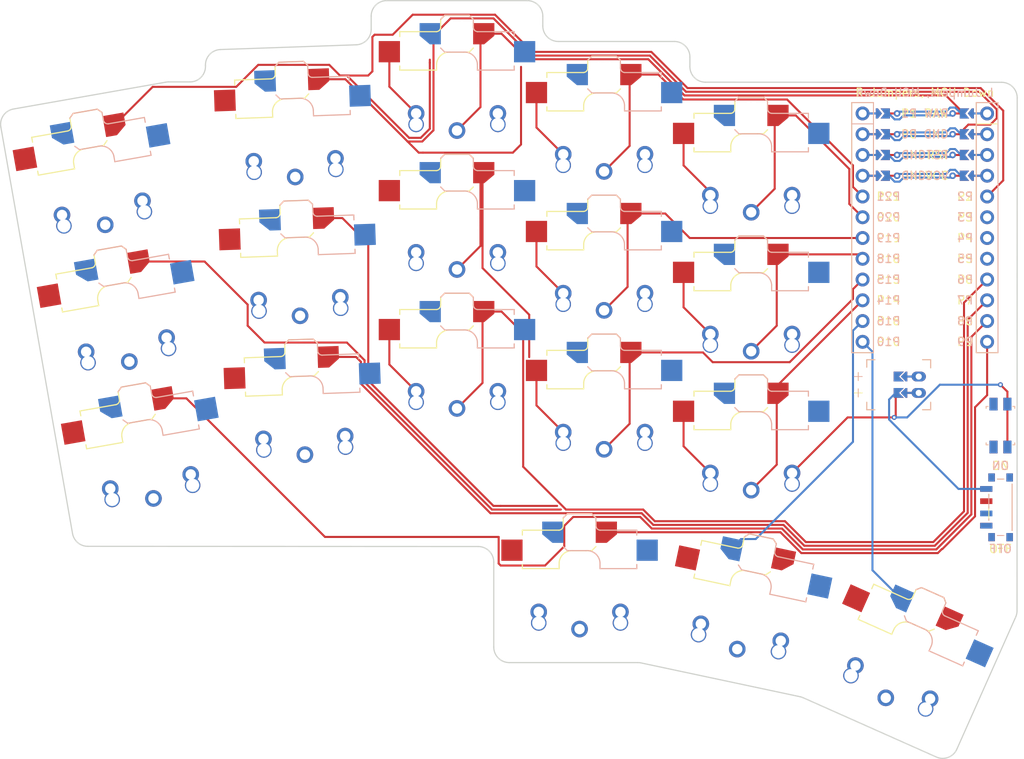
<source format=kicad_pcb>
(kicad_pcb (version 20240108) (generator "pcbnew") (generator_version "8.0")
  (title_block (title "splayer_pcb") (date "2024-04-27") (rev "v1.0.0") (company "Unknown"))
  (layers (0 "F.Cu" signal) (31 "B.Cu" signal) (34 "B.Paste" user) (35 "F.Paste" user) (36 "B.SilkS" user "B.Silkscreen") (37 "F.SilkS" user "F.Silkscreen") (38 "B.Mask" user) (39 "F.Mask" user) (44 "Edge.Cuts" user))
  (net 0 "")
  (net 1 "P8")
  (net 2 "GND")
  (net 3 "P5")
  (net 4 "P2")
  (net 5 "P7")
  (net 6 "P4")
  (net 7 "P0")
  (net 8 "P6")
  (net 9 "P3")
  (net 10 "P1")
  (net 11 "P15")
  (net 12 "P19")
  (net 13 "P21")
  (net 14 "P14")
  (net 15 "P18")
  (net 16 "P20")
  (net 17 "P9")
  (net 18 "P16")
  (net 19 "P10")
  (net 20 "RAW")
  (net 21 "RST")
  (net 22 "VCC")
  (net 23 "MCU1_24")
  (net 24 "MCU1_1")
  (net 25 "MCU1_23")
  (net 26 "MCU1_2")
  (net 27 "MCU1_22")
  (net 28 "MCU1_3")
  (net 29 "MCU1_21")
  (net 30 "MCU1_4")
  (net 31 "BAT_P")
  (net 32 "JST1_1")
  (net 33 "JST1_2")
  (footprint "ceoloide:mounting_hole_npth" (layer "F.Cu") (at 165.162787 68.397376)
    (property "Reference" "MH4" (hide yes))
    (property "Value" "")
  )
  (footprint "ceoloide:mounting_hole_npth" (layer "F.Cu") (at 203.49527 114.593003 -24)
    (property "Reference" "MH1" (hide yes))
    (property "Value" "")
  )
  (footprint "VIA-0.6mm" (layer "F.Cu") (at 191.662787 95.897376)
    (property "Reference" "REF**" (hide yes))
    (property "Value" "VIA-0.6mm" (hide yes))
  )
  (footprint "VIA-0.6mm" (layer "F.Cu") (at 204.662787 91.897376)
    (property "Reference" "REF**" (hide yes))
    (property "Value" "VIA-0.6mm" (hide yes))
  )
  (footprint "ceoloide:reset_button_smd_side" (layer "F.Cu") (at 204.662787 96.897376 -90)
    (property "Reference" "RST1" (hide yes))
    (property "Value" "")
  )
  (footprint "ceoloide:mounting_hole_npth" (layer "F.Cu") (at 108.333637 82.994528 10)
    (property "Reference" "MH5" (hide yes))
    (property "Value" "")
  )
  (footprint "ceoloide:power_switch_smd_side" (layer "F.Cu") (at 204.662787 106.897376)
    (property "Reference" "PWR1" (hide yes))
    (property "Value" "")
  )
  (footprint "ceoloide:mcu_nice_nano" (layer "F.Cu") (at 195.412787 71.406376)
    (property "Reference" "MCU1" (hide yes))
    (property "Value" "")
  )
  (footprint "ceoloide:mounting_hole_npth" (layer "F.Cu") (at 183.430993 122.389958 -12)
    (property "Reference" "MH7" (hide yes))
    (property "Value" "")
  )
  (footprint "ceoloide:mounting_hole_npth" (layer "F.Cu") (at 106.061376 64.406711 10)
    (property "Reference" "MH3" (hide yes))
    (property "Value" "")
  )
  (footprint "ceoloide:mounting_hole_npth" (layer "F.Cu") (at 187.051452 107.271743 -24)
    (property "Reference" "MH2" (hide yes))
    (property "Value" "")
  )
  (footprint "ceoloide:battery_connector_jst_ph_2" (layer "F.Cu") (at 194.662787 91.897376 -90)
    (property "Reference" "JST1" (hide yes))
    (property "Value" "")
  )
  (footprint "ceoloide:mounting_hole_npth" (layer "F.Cu") (at 138.162787 107.597376)
    (property "Reference" "MH6" (hide yes))
    (property "Value" "")
  )
  (footprint "ceoloide:switch_choc_v1_v2" (layer "B.Cu") (at 156.162787 59.897376)
    (property "Reference" "S12" (hide yes))
    (property "Value" "")
  )
  (footprint "ceoloide:switch_choc_v1_v2" (layer "B.Cu") (at 174.162787 98.897376)
    (property "Reference" "S13" (hide yes))
    (property "Value" "")
  )
  (footprint "ceoloide:switch_choc_v1_v2" (layer "B.Cu") (at 173.681406 118.477407 -12)
    (property "Reference" "S17" (hide yes))
    (property "Value" "")
  )
  (footprint "ceoloide:switch_choc_v1_v2" (layer "B.Cu") (at 156.162787 93.897376)
    (property "Reference" "S10" (hide yes))
    (property "Value" "")
  )
  (footprint "ceoloide:switch_choc_v1_v2" (layer "B.Cu") (at 118.755567 77.567777 2)
    (property "Reference" "S5" (hide yes))
    (property "Value" "")
  )
  (footprint "ceoloide:switch_choc_v1_v2" (layer "B.Cu") (at 100 100 10)
    (property "Reference" "S1" (hide yes))
    (property "Value" "")
  )
  (footprint "ceoloide:switch_choc_v1_v2" (layer "B.Cu") (at 94.095962 66.516536 10)
    (property "Reference" "S3" (hide yes))
    (property "Value" "")
  )
  (footprint "ceoloide:switch_choc_v1_v2" (layer "B.Cu") (at 193.030507 124.820843 -24)
    (property "Reference" "S18" (hide yes))
    (property "Value" "")
  )
  (footprint "ceoloide:switch_choc_v1_v2" (layer "B.Cu") (at 119.348859 94.557421 2)
    (property "Reference" "S4" (hide yes))
    (property "Value" "")
  )
  (footprint "ceoloide:switch_choc_v1_v2" (layer "B.Cu") (at 174.162787 64.897376)
    (property "Reference" "S15" (hide yes))
    (property "Value" "")
  )
  (footprint "ceoloide:switch_choc_v1_v2" (layer "B.Cu") (at 138.162787 54.897376)
    (property "Reference" "S9" (hide yes))
    (property "Value" "")
  )
  (footprint "ceoloide:switch_choc_v1_v2" (layer "B.Cu") (at 118.162276 60.578133 2)
    (property "Reference" "S6" (hide yes))
    (property "Value" "")
  )
  (footprint "ceoloide:switch_choc_v1_v2" (layer "B.Cu") (at 138.162787 71.897376)
    (property "Reference" "S8" (hide yes))
    (property "Value" "")
  )
  (footprint "ceoloide:switch_choc_v1_v2" (layer "B.Cu") (at 97.047981 83.258268 10)
    (property "Reference" "S2" (hide yes))
    (property "Value" "")
  )
  (footprint "ceoloide:switch_choc_v1_v2" (layer "B.Cu") (at 156.162787 76.897376)
    (property "Reference" "S11" (hide yes))
    (property "Value" "")
  )
  (footprint "ceoloide:switch_choc_v1_v2" (layer "B.Cu") (at 174.162787 81.897376)
    (property "Reference" "S14" (hide yes))
    (property "Value" "")
  )
  (footprint "ceoloide:switch_choc_v1_v2" (layer "B.Cu") (at 138.162787 88.897376)
    (property "Reference" "S7" (hide yes))
    (property "Value" "")
  )
  (footprint "ceoloide:switch_choc_v1_v2" (layer "B.Cu") (at 153.162787 115.897376)
    (property "Reference" "S16" (hide yes))
    (property "Value" "")
  )
  (gr_arc (start 144.562787 125.897376) (mid 143.219301 125.340873) (end 142.662787 123.997376) (stroke (width 0.15)) (layer "Edge.Cuts"))
  (gr_arc (start 102.535785 54.874102) (mid 102.700596 54.852426) (end 102.86667 54.845237) (stroke (width 0.15)) (layer "Edge.Cuts"))
  (gr_arc (start 92.989469 111.672191) (mid 91.768752 111.227378) (end 91.119297 110.102123) (stroke (width 0.15)) (layer "Edge.Cuts"))
  (gr_arc (start 180.14085 130.07381) (mid 180.332949 130.125284) (end 180.518617 130.196554) (stroke (width 0.15)) (layer "Edge.Cuts"))
  (gr_line (start 102.535785 54.874102) (end 83.890133 58.161833) (stroke (width 0.15)) (layer "Edge.Cuts"))
  (gr_line (start 144.562787 125.897376) (end 160.292578 125.897376) (stroke (width 0.15)) (layer "Edge.Cuts"))
  (gr_line (start 146.762787 44.897376) (end 129.562787 44.897376) (stroke (width 0.15)) (layer "Edge.Cuts"))
  (gr_arc (start 204.813079 54.896422) (mid 206.156176 55.453501) (end 206.712125 56.797085) (stroke (width 0.15)) (layer "Edge.Cuts"))
  (gr_line (start 107.385986 52.849512) (end 107.387059 52.880244) (stroke (width 0.15)) (layer "Edge.Cuts"))
  (gr_arc (start 160.292578 125.897376) (mid 160.491182 125.907782) (end 160.68761 125.938896) (stroke (width 0.15)) (layer "Edge.Cuts"))
  (gr_arc (start 164.762787 49.897376) (mid 166.106307 50.453867) (end 166.662787 51.797376) (stroke (width 0.15)) (layer "Edge.Cuts"))
  (gr_arc (start 146.762787 44.897376) (mid 148.106307 45.453867) (end 148.662787 46.797376) (stroke (width 0.15)) (layer "Edge.Cuts"))
  (gr_arc (start 168.561833 54.878221) (mid 167.218948 54.321383) (end 166.662787 52.978221) (stroke (width 0.15)) (layer "Edge.Cuts"))
  (gr_arc (start 199.328167 136.491296) (mid 198.273328 137.49232) (end 196.819631 137.454233) (stroke (width 0.15)) (layer "Edge.Cuts"))
  (gr_line (start 127.662787 46.797376) (end 127.662787 48.405463) (stroke (width 0.15)) (layer "Edge.Cuts"))
  (gr_line (start 148.662787 47.997376) (end 148.662787 46.797376) (stroke (width 0.15)) (layer "Edge.Cuts"))
  (gr_line (start 166.662787 52.978221) (end 166.662787 51.797376) (stroke (width 0.15)) (layer "Edge.Cuts"))
  (gr_line (start 160.68761 125.938896) (end 180.14085 130.07381) (stroke (width 0.15)) (layer "Edge.Cuts"))
  (gr_arc (start 107.385986 52.849512) (mid 107.895257 51.487413) (end 109.21852 50.88436) (stroke (width 0.15)) (layer "Edge.Cuts"))
  (gr_arc (start 206.690241 119.552612) (mid 206.648664 119.947309) (end 206.525978 120.324749) (stroke (width 0.15)) (layer "Edge.Cuts"))
  (gr_line (start 142.662787 113.596413) (end 142.662787 123.997376) (stroke (width 0.15)) (layer "Edge.Cuts"))
  (gr_arc (start 127.662787 48.405463) (mid 127.129545 49.725333) (end 125.829096 50.304306) (stroke (width 0.15)) (layer "Edge.Cuts"))
  (gr_line (start 206.712125 56.797085) (end 206.690241 119.552612) (stroke (width 0.15)) (layer "Edge.Cuts"))
  (gr_line (start 168.561833 54.878221) (end 204.813079 54.896422) (stroke (width 0.15)) (layer "Edge.Cuts"))
  (gr_line (start 102.86667 54.845237) (end 105.487263 54.846552) (stroke (width 0.15)) (layer "Edge.Cuts"))
  (gr_arc (start 150.562787 49.897376) (mid 149.219301 49.340873) (end 148.662787 47.997376) (stroke (width 0.15)) (layer "Edge.Cuts"))
  (gr_arc (start 127.662787 46.797376) (mid 128.219292 45.453884) (end 129.562787 44.897376) (stroke (width 0.15)) (layer "Edge.Cuts"))
  (gr_line (start 180.518617 130.196554) (end 196.819631 137.454233) (stroke (width 0.15)) (layer "Edge.Cuts"))
  (gr_line (start 109.21852 50.88436) (end 125.829096 50.304306) (stroke (width 0.15)) (layer "Edge.Cuts"))
  (gr_arc (start 107.387059 52.880244) (mid 106.854649 54.266784) (end 105.487263 54.846552) (stroke (width 0.15)) (layer "Edge.Cuts"))
  (gr_line (start 150.562787 49.897376) (end 164.762787 49.897376) (stroke (width 0.15)) (layer "Edge.Cuts"))
  (gr_line (start 140.76375 111.696413) (end 92.989469 111.672191) (stroke (width 0.15)) (layer "Edge.Cuts"))
  (gr_line (start 199.328167 136.491296) (end 206.525978 120.324749) (stroke (width 0.15)) (layer "Edge.Cuts"))
  (gr_line (start 82.34893 60.362899) (end 91.119297 110.102123) (stroke (width 0.15)) (layer "Edge.Cuts"))
  (gr_arc (start 82.34893 60.362899) (mid 82.66369 58.943184) (end 83.890133 58.161833) (stroke (width 0.15)) (layer "Edge.Cuts"))
  (gr_arc (start 140.76375 111.696413) (mid 142.106634 112.253247) (end 142.662787 113.596413) (stroke (width 0.15)) (layer "Edge.Cuts"))
  (segment (start 201.102624 107.76098) (end 201.102624 86.036539) (width 0.25) (layer "F.Cu") (net 1))
  (segment (start 151.287787 109.170726) (end 152.386137 108.072376) (width 0.25) (layer "F.Cu") (net 1))
  (segment (start 177.927066 109.497376) (end 180.47969 112.05) (width 0.25) (layer "F.Cu") (net 1))
  (segment (start 102.192039 93.571696) (end 102.200005 93.56373) (width 0.25) (layer "F.Cu") (net 1))
  (segment (start 143.262787 113.772376) (end 143.512787 114.022376) (width 0.25) (layer "F.Cu") (net 1))
  (segment (start 148.939437 114.022376) (end 151.287787 111.674026) (width 0.25) (layer "F.Cu") (net 1))
  (segment (start 196.813604 112.05) (end 201.102624 107.76098) (width 0.25) (layer "F.Cu") (net 1))
  (segment (start 152.386137 108.072376) (end 160.575 108.072376) (width 0.25) (layer "F.Cu") (net 1))
  (segment (start 162 109.497376) (end 177.927066 109.497376) (width 0.25) (layer "F.Cu") (net 1))
  (segment (start 143.262787 110.522376) (end 143.262787 113.772376) (width 0.25) (layer "F.Cu") (net 1))
  (segment (start 122.008154 110.522376) (end 143.262787 110.522376) (width 0.25) (layer "F.Cu") (net 1))
  (segment (start 102.200005 93.56373) (end 105.049508 93.56373) (width 0.25) (layer "F.Cu") (net 1))
  (segment (start 201.102624 86.036539) (end 203.032787 84.106376) (width 0.25) (layer "F.Cu") (net 1))
  (segment (start 160.575 108.072376) (end 162 109.497376) (width 0.25) (layer "F.Cu") (net 1))
  (segment (start 105.049508 93.56373) (end 122.008154 110.522376) (width 0.25) (layer "F.Cu") (net 1))
  (segment (start 180.47969 112.05) (end 196.813604 112.05) (width 0.25) (layer "F.Cu") (net 1))
  (segment (start 151.287787 111.674026) (end 151.287787 109.170726) (width 0.25) (layer "F.Cu") (net 1))
  (segment (start 143.512787 114.022376) (end 148.939437 114.022376) (width 0.25) (layer "F.Cu") (net 1))
  (segment (start 147.887787 94.422376) (end 151.162787 97.697376) (width 0.25) (layer "F.Cu") (net 2))
  (segment (start 200.187787 66.326376) (end 198.812787 66.326376) (width 0.25) (layer "F.Cu") (net 2))
  (segment (start 147.887787 77.422376) (end 151.162787 80.697376) (width 0.25) (layer "F.Cu") (net 2))
  (segment (start 205.512787 94.272376) (end 205.512787 99.522376) (width 0.25) (layer "F.Cu") (net 2))
  (segment (start 205.512787 92.747376) (end 205.512787 94.272376) (width 0.25) (layer "F.Cu") (net 2))
  (segment (start 165.887787 95.147376) (end 165.887787 99.422376) (width 0.25) (layer "F.Cu") (net 2))
  (segment (start 129.887787 51.147376) (end 129.887787 55.422376) (width 0.25) (layer "F.Cu") (net 2))
  (segment (start 165.887787 65.056512) (end 169.162787 68.331512) (width 0.25) (layer "F.Cu") (net 2))
  (segment (start 147.887787 56.147376) (end 147.887787 60.422376) (width 0.25) (layer "F.Cu") (net 2))
  (segment (start 129.887787 85.147376) (end 129.887787 89.422376) (width 0.25) (layer "F.Cu") (net 2))
  (segment (start 185.962787 95.897376) (end 179.162787 102.697376) (width 0.25) (layer "F.Cu") (net 2))
  (segment (start 204.662787 91.897376) (end 205.512787 92.747376) (width 0.25) (layer "F.Cu") (net 2))
  (segment (start 147.887787 90.147376) (end 147.887787 94.422376) (width 0.25) (layer "F.Cu") (net 2))
  (segment (start 191.846787 95.713376) (end 191.662787 95.897376) (width 0.25) (layer "F.Cu") (net 2))
  (segment (start 169.162787 68.331512) (end 169.162787 68.697376) (width 0.25) (layer "F.Cu") (net 2))
  (segment (start 165.887787 99.422376) (end 169.162787 102.697376) (width 0.25) (layer "F.Cu") (net 2))
  (segment (start 165.887787 78.147376) (end 165.887787 82.422376) (width 0.25) (layer "F.Cu") (net 2))
  (segment (start 129.887787 55.422376) (end 133.162787 58.697376) (width 0.25) (layer "F.Cu") (net 2))
  (segment (start 191.846787 92.897376) (end 191.846787 95.713376) (width 0.25) (layer "F.Cu") (net 2))
  (segment (start 147.887787 60.422376) (end 151.162787 63.697376) (width 0.25) (layer "F.Cu") (net 2))
  (segment (start 165.887787 82.422376) (end 169.162787 85.697376) (width 0.25) (layer "F.Cu") (net 2))
  (segment (start 190.637787 61.246376) (end 192.012787 61.246376) (width 0.25) (layer "F.Cu") (net 2))
  (segment (start 165.887787 61.147376) (end 165.887787 65.056512) (width 0.25) (layer "F.Cu") (net 2))
  (segment (start 200.187787 63.786376) (end 198.812787 63.786376) (width 0.25) (layer "F.Cu") (net 2))
  (segment (start 129.887787 89.422376) (end 133.162787 92.697376) (width 0.25) (layer "F.Cu") (net 2))
  (segment (start 191.662787 95.897376) (end 185.962787 95.897376) (width 0.25) (layer "F.Cu") (net 2))
  (segment (start 147.887787 73.147376) (end 147.887787 77.422376) (width 0.25) (layer "F.Cu") (net 2))
  (segment (start 192.313092 64.511376) (end 192.808092 64.016376) (width 0.25) (layer "B.Cu") (net 2))
  (segment (start 192.808092 66.556376) (end 198.582787 66.556376) (width 0.25) (layer "B.Cu") (net 2))
  (segment (start 191.712482 67.051376) (end 192.313092 67.051376) (width 0.25) (layer "B.Cu") (net 2))
  (segment (start 191.712482 64.511376) (end 192.313092 64.511376) (width 0.25) (layer "B.Cu") (net 2))
  (segment (start 198.007482 61.026376) (end 192.232787 61.026376) (width 0.25) (layer "B.Cu") (net 2))
  (segment (start 197.245935 91.897376) (end 193.245935 95.897376) (width 0.25) (layer "B.Cu") (net 2))
  (segment (start 199.113092 60.521376) (end 198.512482 60.521376) (width 0.25) (layer "B.Cu") (net 2))
  (segment (start 192.808092 64.016376) (end 198.582787 64.016376) (width 0.25) (layer "B.Cu") (net 2))
  (segment (start 193.245935 95.897376) (end 191.662787 95.897376) (width 0.25) (layer "B.Cu") (net 2))
  (segment (start 190.637787 63.786376) (end 190.987482 63.786376) (width 0.25) (layer "B.Cu") (net 2))
  (segment (start 199.838092 61.246376) (end 199.113092 60.521376) (width 0.25) (layer "B.Cu") (net 2))
  (segment (start 192.313092 67.051376) (end 192.808092 66.556376) (width 0.25) (layer "B.Cu") (net 2))
  (segment (start 198.512482 60.521376) (end 198.007482 61.026376) (width 0.25) (layer "B.Cu") (net 2))
  (segment (start 200.187787 61.246376) (end 199.838092 61.246376) (width 0.25) (layer "B.Cu") (net 2))
  (segment (start 190.987482 63.786376) (end 191.712482 64.511376) (width 0.25) (layer "B.Cu") (net 2))
  (segment (start 190.637787 66.326376) (end 190.987482 66.326376) (width 0.25) (layer "B.Cu") (net 2))
  (segment (start 204.662787 91.897376) (end 197.245935 91.897376) (width 0.25) (layer "B.Cu") (net 2))
  (segment (start 190.987482 66.326376) (end 191.712482 67.051376) (width 0.25) (layer "B.Cu") (net 2))
  (segment (start 112.550231 82.095421) (end 112.550231 84.67172) (width 0.25) (layer "F.Cu") (net 3))
  (segment (start 112.550231 84.67172) (end 114.614557 86.736046) (width 0.25) (layer "F.Cu") (net 3))
  (segment (start 99.24002 76.829964) (end 99.247986 76.821998) (width 0.25) (layer "F.Cu") (net 3))
  (segment (start 99.247986 76.821998) (end 107.276808 76.821998) (width 0.25) (layer "F.Cu") (net 3))
  (segment (start 107.276808 76.821998) (end 112.550231 82.095421) (width 0.25) (layer "F.Cu") (net 3))
  (segment (start 142.440047 107.172376) (end 142.5 107.172376) (width 0.25) (layer "F.Cu") (net 3))
  (segment (start 126.856144 88.90746) (end 126.856144 91.588473) (width 0.25) (layer "F.Cu") (net 3))
  (segment (start 114.614557 86.736046) (end 124.68473 86.736046) (width 0.25) (layer "F.Cu") (net 3))
  (segment (start 124.68473 86.736046) (end 126.856144 88.90746) (width 0.25) (layer "F.Cu") (net 3))
  (segment (start 126.856144 91.588473) (end 142.440047 107.172376) (width 0.25) (layer "F.Cu") (net 3))
  (segment (start 142.5 107.172376) (end 150.863604 107.172376) (width 0.25) (layer "F.Cu") (net 3))
  (segment (start 161.945168 51.172376) (end 166.372792 55.6) (width 0.25) (layer "F.Cu") (net 4))
  (segment (start 127.296142 54.067462) (end 127.812787 53.550817) (width 0.25) (layer "F.Cu") (net 4))
  (segment (start 100.926599 55.449634) (end 111.149903 55.449634) (width 0.25) (layer "F.Cu") (net 4))
  (segment (start 122.532027 52.756758) (end 123.842731 54.067462) (width 0.25) (layer "F.Cu") (net 4))
  (segment (start 111.149903 55.449634) (end 113.842779 52.756758) (width 0.25) (layer "F.Cu") (net 4))
  (segment (start 113.842779 52.756758) (end 122.532027 52.756758) (width 0.25) (layer "F.Cu") (net 4))
  (segment (start 202.236396 55.6) (end 205 58.363604) (width 0.25) (layer "F.Cu") (net 4))
  (segment (start 127.812787 53.550817) (end 127.812787 49.33598) (width 0.25) (layer "F.Cu") (net 4))
  (segment (start 134.207038 61.207037) (end 134.837787 60.576288) (width 0.25) (layer "F.Cu") (net 4))
  (segment (start 123.842731 54.067462) (end 124.686396 54.067462) (width 0.25) (layer "F.Cu") (net 4))
  (segment (start 123.842731 54.067462) (end 127.296142 54.067462) (width 0.25) (layer "F.Cu") (net 4))
  (segment (start 132.741228 46.622376) (end 142.815875 46.622376) (width 0.25) (layer "F.Cu") (net 4))
  (segment (start 147.365875 51.172376) (end 161.945168 51.172376) (width 0.25) (layer "F.Cu") (net 4))
  (segment (start 132.059467 61.440533) (end 132.30731 61.688376) (width 0.25) (layer "F.Cu") (net 4))
  (segment (start 134.837787 60.576288) (end 134.837787 52.5) (width 0.25) (layer "F.Cu") (net 4))
  (segment (start 127.812787 49.33598) (end 128.076391 49.072376) (width 0.25) (layer "F.Cu") (net 4))
  (segment (start 132.30731 61.688376) (end 133.725699 61.688376) (width 0.25) (layer "F.Cu") (net 4))
  (segment (start 142.815875 46.622376) (end 147.365875 51.172376) (width 0.25) (layer "F.Cu") (net 4))
  (segment (start 130.291228 49.072376) (end 132.741228 46.622376) (width 0.25) (layer "F.Cu") (net 4))
  (segment (start 128.076391 49.072376) (end 130.291228 49.072376) (width 0.25) (layer "F.Cu") (net 4))
  (segment (start 133.725699 61.688376) (end 134.207038 61.207037) (width 0.25) (layer "F.Cu") (net 4))
  (segment (start 166.372792 55.6) (end 202.236396 55.6) (width 0.25) (layer "F.Cu") (net 4))
  (segment (start 96.288001 60.088232) (end 100.926599 55.449634) (width 0.25) (layer "F.Cu") (net 4))
  (segment (start 205 66.899163) (end 203.032787 68.866376) (width 0.25) (layer "F.Cu") (net 4))
  (segment (start 124.686396 54.067462) (end 132.059467 61.440533) (width 0.25) (layer "F.Cu") (net 4))
  (segment (start 134.837787 52.5) (end 134.837787 52.124026) (width 0.25) (layer "F.Cu") (net 4))
  (segment (start 205 58.363604) (end 205 66.899163) (width 0.25) (layer "F.Cu") (net 4))
  (segment (start 142.253651 107.622376) (end 160.761396 107.622376) (width 0.25) (layer "F.Cu") (net 5))
  (segment (start 200.652624 83.946539) (end 203.032787 81.566376) (width 0.25) (layer "F.Cu") (net 5))
  (segment (start 160.761396 107.622376) (end 162.186396 109.047376) (width 0.25) (layer "F.Cu") (net 5))
  (segment (start 125.809038 88.49675) (end 126.406144 89.093856) (width 0.25) (layer "F.Cu") (net 5))
  (segment (start 178.113462 109.047376) (end 180.666086 111.6) (width 0.25) (layer "F.Cu") (net 5))
  (segment (start 126.406144 91.774869) (end 142.253651 107.622376) (width 0.25) (layer "F.Cu") (net 5))
  (segment (start 200.652624 107.574584) (end 200.652624 83.946539) (width 0.25) (layer "F.Cu") (net 5))
  (segment (start 162.186396 109.047376) (end 178.113462 109.047376) (width 0.25) (layer "F.Cu") (net 5))
  (segment (start 196.627208 111.6) (end 200.652624 107.574584) (width 0.25) (layer "F.Cu") (net 5))
  (segment (start 180.666086 111.6) (end 196.627208 111.6) (width 0.25) (layer "F.Cu") (net 5))
  (segment (start 122.414212 88.49675) (end 125.809038 88.49675) (width 0.25) (layer "F.Cu") (net 5))
  (segment (start 126.406144 89.093856) (end 126.406144 91.774869) (width 0.25) (layer "F.Cu") (net 5))
  (segment (start 127.306144 91.402077) (end 142.626443 106.722376) (width 0.25) (layer "F.Cu") (net 6))
  (segment (start 143.5 106.722376) (end 150.413604 106.722376) (width 0.25) (layer "F.Cu") (net 6))
  (segment (start 121.82092 71.507106) (end 124.13484 71.507106) (width 0.25) (layer "F.Cu") (net 6))
  (segment (start 124.13484 71.507106) (end 127.306144 74.67841) (width 0.25) (layer "F.Cu") (net 6))
  (segment (start 127.306144 74.67841) (end 127.306144 91.402077) (width 0.25) (layer "F.Cu") (net 6))
  (segment (start 142.626443 106.722376) (end 143.5 106.722376) (width 0.25) (layer "F.Cu") (net 6))
  (segment (start 200.187787 61.246376) (end 198.812787 61.246376) (width 0.25) (layer "F.Cu") (net 7))
  (segment (start 147.179479 51.622376) (end 161.758772 51.622376) (width 0.25) (layer "F.Cu") (net 7))
  (segment (start 137.386137 47.072376) (end 142.629479 47.072376) (width 0.25) (layer "F.Cu") (net 7))
  (segment (start 133.482538 63.5) (end 134 63.5) (width 0.25) (layer "F.Cu") (net 7))
  (segment (start 146 54.5) (end 146 53) (width 0.25) (layer "F.Cu") (net 7))
  (segment (start 135.287787 49.170726) (end 137.386137 47.072376) (width 0.25) (layer "F.Cu") (net 7))
  (segment (start 202.05 56.05) (end 204.207787 58.207787) (width 0.25) (layer "F.Cu") (net 7))
  (segment (start 132.120914 62.138376) (end 133.912095 62.138376) (width 0.25) (layer "F.Cu") (net 7))
  (segment (start 203.428624 60.071376) (end 200.732787 60.071376) (width 0.25) (layer "F.Cu") (net 7))
  (segment (start 121.227629 54.517462) (end 124.5 54.517462) (width 0.25) (layer "F.Cu") (net 7))
  (segment (start 161.758772 51.622376) (end 166.186396 56.05) (width 0.25) (layer "F.Cu") (net 7))
  (segment (start 132.120914 62.138376) (end 133.482538 63.5) (width 0.25) (layer "F.Cu") (net 7))
  (segment (start 124.5 54.517462) (end 132.120914 62.138376) (width 0.25) (layer "F.Cu") (net 7))
  (segment (start 200.732787 60.071376) (end 200.187787 60.616376) (width 0.25) (layer "F.Cu") (net 7))
  (segment (start 145 63.5) (end 145.5 63) (width 0.25) (layer "F.Cu") (net 7))
  (segment (start 133.912095 62.138376) (end 135.287787 60.762684) (width 0.25) (layer "F.Cu") (net 7))
  (segment (start 145.5 63) (end 146 62.5) (width 0.25) (layer "F.Cu") (net 7))
  (segment (start 166.186396 56.05) (end 202.05 56.05) (width 0.25) (layer "F.Cu") (net 7))
  (segment (start 142.629479 47.072376) (end 147.179479 51.622376) (width 0.25) (layer "F.Cu") (net 7))
  (segment (start 134 63.5) (end 145 63.5) (width 0.25) (layer "F.Cu") (net 7))
  (segment (start 146 62.5) (end 146 54.5) (width 0.25) (layer "F.Cu") (net 7))
  (segment (start 200.187787 60.616376) (end 200.187787 61.246376) (width 0.25) (layer "F.Cu") (net 7))
  (segment (start 204.207787 59.292213) (end 203.428624 60.071376) (width 0.25) (layer "F.Cu") (net 7))
  (segment (start 204.207787 58.207787) (end 204.207787 59.292213) (width 0.25) (layer "F.Cu") (net 7))
  (segment (start 135.287787 60.762684) (end 135.287787 49.170726) (width 0.25) (layer "F.Cu") (net 7))
  (segment (start 192.313092 61.971376) (end 192.808092 61.476376) (width 0.25) (layer "B.Cu") (net 7))
  (segment (start 191.712482 61.971376) (end 192.313092 61.971376) (width 0.25) (layer "B.Cu") (net 7))
  (segment (start 190.637787 61.246376) (end 190.987482 61.246376) (width 0.25) (layer "B.Cu") (net 7))
  (segment (start 192.808092 61.476376) (end 198.582787 61.476376) (width 0.25) (layer "B.Cu") (net 7))
  (segment (start 190.987482 61.246376) (end 191.712482 61.971376) (width 0.25) (layer "B.Cu") (net 7))
  (segment (start 143.614437 82.947376) (end 146.262787 85.595726) (width 0.25) (layer "F.Cu") (net 8))
  (segment (start 141.287787 91.672376) (end 138.162787 94.797376) (width 0.25) (layer "F.Cu") (net 8))
  (segment (start 146.262787 85.595726) (end 146.262787 101.935163) (width 0.25) (layer "F.Cu") (net 8))
  (segment (start 141.287787 83.097376) (end 141.287787 91.672376) (width 0.25) (layer "F.Cu") (net 8))
  (segment (start 151.5 107.172376) (end 160.947792 107.172376) (width 0.25) (layer "F.Cu") (net 8))
  (segment (start 141.437787 82.947376) (end 143.614437 82.947376) (width 0.25) (layer "F.Cu") (net 8))
  (segment (start 200.202624 81.856539) (end 203.032787 79.026376) (width 0.25) (layer "F.Cu") (net 8))
  (segment (start 160.947792 107.172376) (end 162.372792 108.597376) (width 0.25) (layer "F.Cu") (net 8))
  (segment (start 141.437787 82.947376) (end 141.287787 83.097376) (width 0.25) (layer "F.Cu") (net 8))
  (segment (start 178.299858 108.597376) (end 180.852482 111.15) (width 0.25) (layer "F.Cu") (net 8))
  (segment (start 180.852482 111.15) (end 196.440812 111.15) (width 0.25) (layer "F.Cu") (net 8))
  (segment (start 162.372792 108.597376) (end 178.299858 108.597376) (width 0.25) (layer "F.Cu") (net 8))
  (segment (start 200.202624 107.388188) (end 200.202624 81.856539) (width 0.25) (layer "F.Cu") (net 8))
  (segment (start 196.440812 111.15) (end 200.202624 107.388188) (width 0.25) (layer "F.Cu") (net 8))
  (segment (start 146.262787 101.935163) (end 151.5 107.172376) (width 0.25) (layer "F.Cu") (net 8))
  (segment (start 141.437787 65.947376) (end 141.287787 66.097376) (width 0.25) (layer "F.Cu") (net 9))
  (segment (start 141.037787 66.347376) (end 141.037787 74.922376) (width 0.25) (layer "F.Cu") (net 9))
  (segment (start 141.287787 66.097376) (end 141.287787 77.620726) (width 0.25) (layer "F.Cu") (net 9))
  (segment (start 147 83.332939) (end 147 88.522376) (width 0.25) (layer "F.Cu") (net 9))
  (segment (start 141.037787 74.922376) (end 138.162787 77.797376) (width 0.25) (layer "F.Cu") (net 9))
  (segment (start 141.437787 65.947376) (end 141.037787 66.347376) (width 0.25) (layer "F.Cu") (net 9))
  (segment (start 141.287787 77.620726) (end 147 83.332939) (width 0.25) (layer "F.Cu") (net 9))
  (segment (start 197.981411 56.5) (end 200.187787 58.706376) (width 0.25) (layer "F.Cu") (net 10))
  (segment (start 161.572376 52.072376) (end 166 56.5) (width 0.25) (layer "F.Cu") (net 10))
  (segment (start 141.037787 57.922376) (end 138.162787 60.797376) (width 0.25) (layer "F.Cu") (net 10))
  (segment (start 166 56.5) (end 197.981411 56.5) (width 0.25) (layer "F.Cu") (net 10))
  (segment (start 146.739437 52.072376) (end 161.572376 52.072376) (width 0.25) (layer "F.Cu") (net 10))
  (segment (start 200.187787 58.706376) (end 198.812787 58.706376) (width 0.25) (layer "F.Cu") (net 10))
  (segment (start 143.614437 48.947376) (end 146.739437 52.072376) (width 0.25) (layer "F.Cu") (net 10))
  (segment (start 141.037787 49.347376) (end 141.037787 57.922376) (width 0.25) (layer "F.Cu") (net 10))
  (segment (start 141.437787 48.947376) (end 143.614437 48.947376) (width 0.25) (layer "F.Cu") (net 10))
  (segment (start 141.437787 48.947376) (end 141.037787 49.347376) (width 0.25) (layer "F.Cu") (net 10))
  (segment (start 190.987482 58.706376) (end 191.712482 59.431376) (width 0.25) (layer "B.Cu") (net 10))
  (segment (start 190.637787 58.706376) (end 190.987482 58.706376) (width 0.25) (layer "B.Cu") (net 10))
  (segment (start 191.712482 59.431376) (end 192.313092 59.431376) (width 0.25) (layer "B.Cu") (net 10))
  (segment (start 192.808092 58.936376) (end 198.582787 58.936376) (width 0.25) (layer "B.Cu") (net 10))
  (segment (start 192.313092 59.431376) (end 192.808092 58.936376) (width 0.25) (layer "B.Cu") (net 10))
  (segment (start 159.287787 96.672376) (end 156.162787 99.797376) (width 0.25) (layer "F.Cu") (net 11))
  (segment (start 178.87491 89.138376) (end 186.617787 81.395499) (width 0.25) (layer "F.Cu") (net 11))
  (segment (start 186.617787 81.395499) (end 186.617787 80.201376) (width 0.25) (layer "F.Cu") (net 11))
  (segment (start 186.617787 80.201376) (end 187.792787 79.026376) (width 0.25) (layer "F.Cu") (net 11))
  (segment (start 168.259664 87.947376) (end 169.450664 89.138376) (width 0.25) (layer "F.Cu") (net 11))
  (segment (start 159.437787 87.947376) (end 159.287787 88.097376) (width 0.25) (layer "F.Cu") (net 11))
  (segment (start 159.287787 88.097376) (end 159.287787 96.672376) (width 0.25) (layer "F.Cu") (net 11))
  (segment (start 159.437787 87.947376) (end 168.259664 87.947376) (width 0.25) (layer "F.Cu") (net 11))
  (segment (start 169.450664 89.138376) (end 178.87491 89.138376) (width 0.25) (layer "F.Cu") (net 11))
  (segment (start 159.437787 70.947376) (end 159.037787 71.347376) (width 0.25) (layer "F.Cu") (net 12))
  (segment (start 159.437787 70.947376) (end 163.646923 70.947376) (width 0.25) (layer "F.Cu") (net 12))
  (segment (start 166.645923 73.946376) (end 187.792787 73.946376) (width 0.25) (layer "F.Cu") (net 12))
  (segment (start 159.037787 71.347376) (end 159.037787 79.922376) (width 0.25) (layer "F.Cu") (net 12))
  (segment (start 159.037787 79.922376) (end 156.162787 82.797376) (width 0.25) (layer "F.Cu") (net 12))
  (segment (start 163.646923 70.947376) (end 166.645923 73.946376) (width 0.25) (layer "F.Cu") (net 12))
  (segment (start 186.617787 65.060684) (end 186.617787 67.691376) (width 0.25) (layer "F.Cu") (net 13))
  (segment (start 159.437787 53.947376) (end 162.81098 53.947376) (width 0.25) (layer "F.Cu") (net 13))
  (segment (start 159.287787 54.097376) (end 159.287787 62.672376) (width 0.25) (layer "F.Cu") (net 13))
  (segment (start 159.287787 62.672376) (end 156.162787 65.797376) (width 0.25) (layer "F.Cu") (net 13))
  (segment (start 178.557103 57) (end 186.617787 65.060684) (width 0.25) (layer "F.Cu") (net 13))
  (segment (start 159.437787 53.947376) (end 159.287787 54.097376) (width 0.25) (layer "F.Cu") (net 13))
  (segment (start 186.617787 67.691376) (end 187.792787 68.866376) (width 0.25) (layer "F.Cu") (net 13))
  (segment (start 165.863604 57) (end 178.557103 57) (width 0.25) (layer "F.Cu") (net 13))
  (segment (start 162.81098 53.947376) (end 165.863604 57) (width 0.25) (layer "F.Cu") (net 13))
  (segment (start 177.437787 92.947376) (end 177.287787 93.097376) (width 0.25) (layer "F.Cu") (net 14))
  (segment (start 177.437787 91.921376) (end 187.792787 81.566376) (width 0.25) (layer "F.Cu") (net 14))
  (segment (start 177.437787 92.947376) (end 177.437787 91.921376) (width 0.25) (layer "F.Cu") (net 14))
  (segment (start 177.287787 101.672376) (end 174.162787 104.797376) (width 0.25) (layer "F.Cu") (net 14))
  (segment (start 177.287787 93.097376) (end 177.287787 101.672376) (width 0.25) (layer "F.Cu") (net 14))
  (segment (start 177.287787 76.097376) (end 177.287787 84.672376) (width 0.25) (layer "F.Cu") (net 15))
  (segment (start 187.253787 75.947376) (end 187.792787 76.486376) (width 0.25) (layer "F.Cu") (net 15))
  (segment (start 177.287787 84.672376) (end 174.162787 87.797376) (width 0.25) (layer "F.Cu") (net 15))
  (segment (start 177.437787 75.947376) (end 177.287787 76.097376) (width 0.25) (layer "F.Cu") (net 15))
  (segment (start 177.437787 75.947376) (end 187.253787 75.947376) (width 0.25) (layer "F.Cu") (net 15))
  (segment (start 177.437787 58.947376) (end 179.614437 58.947376) (width 0.25) (layer "F.Cu") (net 16))
  (segment (start 186.167787 65.500726) (end 186.167787 69.781376) (width 0.25) (layer "F.Cu") (net 16))
  (segment (start 186.167787 69.781376) (end 187.792787 71.406376) (width 0.25) (layer "F.Cu") (net 16))
  (segment (start 177.037787 67.922376) (end 174.162787 70.797376) (width 0.25) (layer "F.Cu") (net 16))
  (segment (start 177.437787 58.947376) (end 177.037787 59.347376) (width 0.25) (layer "F.Cu") (net 16))
  (segment (start 179.614437 58.947376) (end 186.167787 65.500726) (width 0.25) (layer "F.Cu") (net 16))
  (segment (start 177.037787 59.347376) (end 177.037787 67.922376) (width 0.25) (layer "F.Cu") (net 16))
  (segment (start 197 112.5) (end 180.293294 112.5) (width 0.25) (layer "F.Cu") (net 17))
  (segment (start 201.552624 94.652539) (end 201.552624 108) (width 0.25) (layer "F.Cu") (net 17))
  (segment (start 197 112.5) (end 197.5 112) (width 0.25) (layer "F.Cu") (net 17))
  (segment (start 197.552624 112) (end 201.552624 108) (width 0.25) (layer "F.Cu") (net 17))
  (segment (start 177.74067 109.947376) (end 156.437787 109.947376) (width 0.25) (layer "F.Cu") (net 17))
  (segment (start 203.032787 93.172376) (end 201.552624 94.652539) (width 0.25) (layer "F.Cu") (net 17))
  (segment (start 180.293294 112.5) (end 177.74067 109.947376) (width 0.25) (layer "F.Cu") (net 17))
  (segment (start 197.5 112) (end 197.552624 112) (width 0.25) (layer "F.Cu") (net 17))
  (segment (start 203.032787 86.646376) (end 203.032787 93.172376) (width 0.25) (layer "F.Cu") (net 17))
  (segment (start 174.717571 110.782429) (end 186.617787 98.882213) (width 0.25) (layer "B.Cu") (net 18))
  (segment (start 186.617787 85.281376) (end 187.792787 84.106376) (width 0.25) (layer "B.Cu") (net 18))
  (segment (start 172.909136 110.782429) (end 174.717571 110.782429) (width 0.25) (layer "B.Cu") (net 18))
  (segment (start 171.715047 111.976518) (end 172.909136 110.782429) (width 0.25) (layer "B.Cu") (net 18))
  (segment (start 186.617787 98.882213) (end 186.617787 85.281376) (width 0.25) (layer "B.Cu") (net 18))
  (segment (start 189 114.594456) (end 189 87.853589) (width 0.25) (layer "B.Cu") (net 19))
  (segment (start 192.458729 118.053185) (end 189 114.594456) (width 0.25) (layer "B.Cu") (net 19))
  (segment (start 189 87.853589) (end 187.792787 86.646376) (width 0.25) (layer "B.Cu") (net 19))
  (segment (start 190.637787 58.706376) (end 192.012787 58.706376) (width 0.25) (layer "F.Cu") (net 20))
  (segment (start 198.512482 57.981376) (end 198.007482 58.486376) (width 0.25) (layer "B.Cu") (net 20))
  (segment (start 199.838092 58.706376) (end 199.113092 57.981376) (width 0.25) (layer "B.Cu") (net 20))
  (segment (start 199.113092 57.981376) (end 198.512482 57.981376) (width 0.25) (layer "B.Cu") (net 20))
  (segment (start 198.007482 58.486376) (end 192.232787 58.486376) (width 0.25) (layer "B.Cu") (net 20))
  (segment (start 200.187787 58.706376) (end 199.838092 58.706376) (width 0.25) (layer "B.Cu") (net 20))
  (segment (start 190.637787 63.786376) (end 192.012787 63.786376) (width 0.25) (layer "F.Cu") (net 21))
  (segment (start 198.512482 63.061376) (end 198.007482 63.566376) (width 0.25) (layer "B.Cu") (net 21))
  (segment (start 199.113092 63.061376) (end 198.512482 63.061376) (width 0.25) (layer "B.Cu") (net 21))
  (segment (start 199.838092 63.786376) (end 199.113092 63.061376) (width 0.25) (layer "B.Cu") (net 21))
  (segment (start 200.187787 63.786376) (end 199.838092 63.786376) (width 0.25) (layer "B.Cu") (net 21))
  (segment (start 198.007482 63.566376) (end 192.232787 63.566376) (width 0.25) (layer "B.Cu") (net 21))
  (segment (start 190.637787 66.326376) (end 192.012787 66.326376) (width 0.25) (layer "F.Cu") (net 22))
  (segment (start 199.113092 65.601376) (end 198.512482 65.601376) (width 0.25) (layer "B.Cu") (net 22))
  (segment (start 200.187787 66.326376) (end 199.838092 66.326376) (width 0.25) (layer "B.Cu") (net 22))
  (segment (start 198.007482 66.106376) (end 192.232787 66.106376) (width 0.25) (layer "B.Cu") (net 22))
  (segment (start 198.512482 65.601376) (end 198.007482 66.106376) (width 0.25) (layer "B.Cu") (net 22))
  (segment (start 199.838092 66.326376) (end 199.113092 65.601376) (width 0.25) (layer "B.Cu") (net 22))
  (segment (start 187.792787 58.706376) (end 189.912787 58.706376) (width 0.25) (layer "F.Cu") (net 23))
  (segment (start 187.792787 58.706376) (end 189.912787 58.706376) (width 0.25) (layer "B.Cu") (net 23))
  (segment (start 200.912787 58.706376) (end 203.032787 58.706376) (width 0.25) (layer "F.Cu") (net 24))
  (segment (start 203.032787 58.706376) (end 200.912787 58.706376) (width 0.25) (layer "B.Cu") (net 24))
  (segment (start 187.792787 61.246376) (end 189.912787 61.246376) (width 0.25) (layer "F.Cu") (net 25))
  (segment (start 187.792787 61.246376) (end 189.912787 61.246376) (width 0.25) (layer "B.Cu") (net 25))
  (segment (start 200.912787 61.246376) (end 203.032787 61.246376) (width 0.25) (layer "F.Cu") (net 26))
  (segment (start 203.032787 61.246376) (end 200.912787 61.246376) (width 0.25) (layer "B.Cu") (net 26))
  (segment (start 187.792787 63.786376) (end 189.912787 63.786376) (width 0.25) (layer "F.Cu") (net 27))
  (segment (start 187.792787 63.786376) (end 189.912787 63.786376) (width 0.25) (layer "B.Cu") (net 27))
  (segment (start 200.912787 63.786376) (end 203.032787 63.786376) (width 0.25) (layer "F.Cu") (net 28))
  (segment (start 203.032787 63.786376) (end 200.912787 63.786376) (width 0.25) (layer "B.Cu") (net 28))
  (segment (start 187.792787 66.326376) (end 189.912787 66.326376) (width 0.25) (layer "F.Cu") (net 29))
  (segment (start 187.792787 66.326376) (end 189.912787 66.326376) (width 0.25) (layer "B.Cu") (net 29))
  (segment (start 200.912787 66.326376) (end 203.032787 66.326376) (width 0.25) (layer "F.Cu") (net 30))
  (segment (start 203.032787 66.326376) (end 200.912787 66.326376) (width 0.25) (layer "B.Cu") (net 30))
  (segment (start 199.528903 104.647376) (end 191.037787 96.15626) (width 0.25) (layer "B.Cu") (net 31))
  (segment (start 191.037787 93.706376) (end 191.846787 92.897376) (width 0.25) (layer "B.Cu") (net 31))
  (segment (start 191.037787 96.15626) (end 191.037787 93.706376) (width 0.25) (layer "B.Cu") (net 31))
  (segment (start 202.927787 104.647376) (end 199.528903 104.647376) (width 0.25) (layer "B.Cu") (net 31))
  (segment (start 192.862787 90.897376) (end 194.662787 90.897376) (width 0.25) (layer "F.Cu") (net 32))
  (segment (start 192.862787 90.897376) (end 194.662787 90.897376) (width 0.25) (layer "B.Cu") (net 32))
  (segment (start 192.862787 92.897376) (end 194.662787 92.897376) (width 0.25) (layer "F.Cu") (net 33))
  (segment (start 192.862787 92.897376) (end 194.662787 92.897376) (width 0.25) (layer "B.Cu") (net 33))
)
</source>
